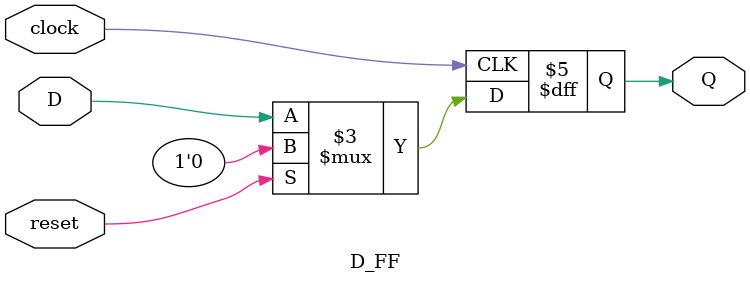
<source format=v>
`timescale 1ns / 1ps


module D_FF(
    D, clock, reset, Q
    );
    input D, clock, reset;
    output Q;
    reg Q;
    always @(posedge clock)
        if(reset)
            Q <= 0;
        else
            Q <= D;
endmodule

</source>
